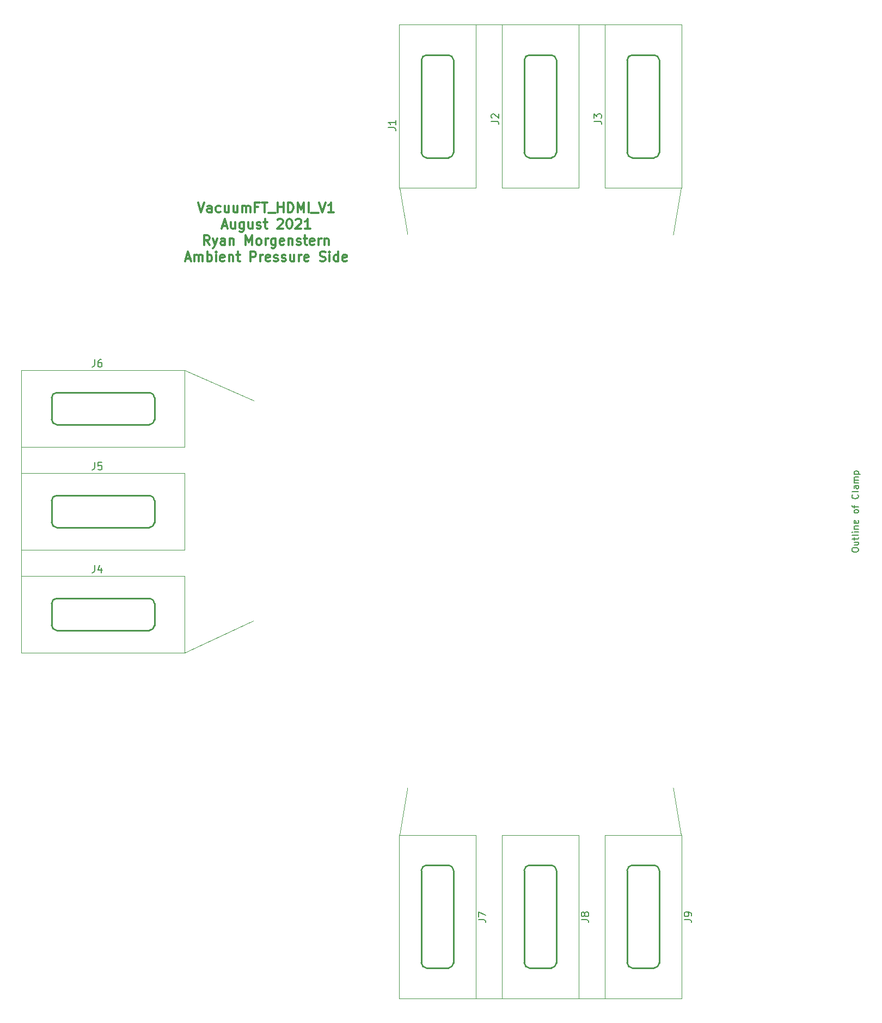
<source format=gto>
%TF.GenerationSoftware,KiCad,Pcbnew,(5.1.9)-1*%
%TF.CreationDate,2021-08-11T17:59:35-06:00*%
%TF.ProjectId,VacuumFeedThruHDMI,56616375-756d-4466-9565-645468727548,rev?*%
%TF.SameCoordinates,Original*%
%TF.FileFunction,Legend,Top*%
%TF.FilePolarity,Positive*%
%FSLAX46Y46*%
G04 Gerber Fmt 4.6, Leading zero omitted, Abs format (unit mm)*
G04 Created by KiCad (PCBNEW (5.1.9)-1) date 2021-08-11 17:59:35*
%MOMM*%
%LPD*%
G01*
G04 APERTURE LIST*
%ADD10C,0.300000*%
%ADD11C,0.120000*%
%ADD12C,0.254000*%
%ADD13C,0.500000*%
%ADD14C,0.152000*%
%ADD15C,0.150000*%
%ADD16O,4.500000X1.500000*%
%ADD17C,0.800000*%
%ADD18O,2.810000X2.810000*%
%ADD19O,0.920000X0.920000*%
%ADD20O,1.500000X4.500000*%
%ADD21C,10.000000*%
%ADD22C,0.100000*%
G04 APERTURE END LIST*
D10*
X-53242857Y48046428D02*
X-52742857Y46546428D01*
X-52242857Y48046428D01*
X-51100000Y46546428D02*
X-51100000Y47332142D01*
X-51171428Y47475000D01*
X-51314285Y47546428D01*
X-51600000Y47546428D01*
X-51742857Y47475000D01*
X-51100000Y46617857D02*
X-51242857Y46546428D01*
X-51600000Y46546428D01*
X-51742857Y46617857D01*
X-51814285Y46760714D01*
X-51814285Y46903571D01*
X-51742857Y47046428D01*
X-51600000Y47117857D01*
X-51242857Y47117857D01*
X-51100000Y47189285D01*
X-49742857Y46617857D02*
X-49885714Y46546428D01*
X-50171428Y46546428D01*
X-50314285Y46617857D01*
X-50385714Y46689285D01*
X-50457142Y46832142D01*
X-50457142Y47260714D01*
X-50385714Y47403571D01*
X-50314285Y47475000D01*
X-50171428Y47546428D01*
X-49885714Y47546428D01*
X-49742857Y47475000D01*
X-48457142Y47546428D02*
X-48457142Y46546428D01*
X-49100000Y47546428D02*
X-49100000Y46760714D01*
X-49028571Y46617857D01*
X-48885714Y46546428D01*
X-48671428Y46546428D01*
X-48528571Y46617857D01*
X-48457142Y46689285D01*
X-47100000Y47546428D02*
X-47100000Y46546428D01*
X-47742857Y47546428D02*
X-47742857Y46760714D01*
X-47671428Y46617857D01*
X-47528571Y46546428D01*
X-47314285Y46546428D01*
X-47171428Y46617857D01*
X-47100000Y46689285D01*
X-46385714Y46546428D02*
X-46385714Y47546428D01*
X-46385714Y47403571D02*
X-46314285Y47475000D01*
X-46171428Y47546428D01*
X-45957142Y47546428D01*
X-45814285Y47475000D01*
X-45742857Y47332142D01*
X-45742857Y46546428D01*
X-45742857Y47332142D02*
X-45671428Y47475000D01*
X-45528571Y47546428D01*
X-45314285Y47546428D01*
X-45171428Y47475000D01*
X-45100000Y47332142D01*
X-45100000Y46546428D01*
X-43885714Y47332142D02*
X-44385714Y47332142D01*
X-44385714Y46546428D02*
X-44385714Y48046428D01*
X-43671428Y48046428D01*
X-43314285Y48046428D02*
X-42457142Y48046428D01*
X-42885714Y46546428D02*
X-42885714Y48046428D01*
X-42314285Y46403571D02*
X-41171428Y46403571D01*
X-40814285Y46546428D02*
X-40814285Y48046428D01*
X-40814285Y47332142D02*
X-39957142Y47332142D01*
X-39957142Y46546428D02*
X-39957142Y48046428D01*
X-39242857Y46546428D02*
X-39242857Y48046428D01*
X-38885714Y48046428D01*
X-38671428Y47975000D01*
X-38528571Y47832142D01*
X-38457142Y47689285D01*
X-38385714Y47403571D01*
X-38385714Y47189285D01*
X-38457142Y46903571D01*
X-38528571Y46760714D01*
X-38671428Y46617857D01*
X-38885714Y46546428D01*
X-39242857Y46546428D01*
X-37742857Y46546428D02*
X-37742857Y48046428D01*
X-37242857Y46975000D01*
X-36742857Y48046428D01*
X-36742857Y46546428D01*
X-36028571Y46546428D02*
X-36028571Y48046428D01*
X-35671428Y46403571D02*
X-34528571Y46403571D01*
X-34385714Y48046428D02*
X-33885714Y46546428D01*
X-33385714Y48046428D01*
X-32100000Y46546428D02*
X-32957142Y46546428D01*
X-32528571Y46546428D02*
X-32528571Y48046428D01*
X-32671428Y47832142D01*
X-32814285Y47689285D01*
X-32957142Y47617857D01*
X-49457142Y44425000D02*
X-48742857Y44425000D01*
X-49600000Y43996428D02*
X-49100000Y45496428D01*
X-48600000Y43996428D01*
X-47457142Y44996428D02*
X-47457142Y43996428D01*
X-48100000Y44996428D02*
X-48100000Y44210714D01*
X-48028571Y44067857D01*
X-47885714Y43996428D01*
X-47671428Y43996428D01*
X-47528571Y44067857D01*
X-47457142Y44139285D01*
X-46100000Y44996428D02*
X-46100000Y43782142D01*
X-46171428Y43639285D01*
X-46242857Y43567857D01*
X-46385714Y43496428D01*
X-46600000Y43496428D01*
X-46742857Y43567857D01*
X-46100000Y44067857D02*
X-46242857Y43996428D01*
X-46528571Y43996428D01*
X-46671428Y44067857D01*
X-46742857Y44139285D01*
X-46814285Y44282142D01*
X-46814285Y44710714D01*
X-46742857Y44853571D01*
X-46671428Y44925000D01*
X-46528571Y44996428D01*
X-46242857Y44996428D01*
X-46100000Y44925000D01*
X-44742857Y44996428D02*
X-44742857Y43996428D01*
X-45385714Y44996428D02*
X-45385714Y44210714D01*
X-45314285Y44067857D01*
X-45171428Y43996428D01*
X-44957142Y43996428D01*
X-44814285Y44067857D01*
X-44742857Y44139285D01*
X-44100000Y44067857D02*
X-43957142Y43996428D01*
X-43671428Y43996428D01*
X-43528571Y44067857D01*
X-43457142Y44210714D01*
X-43457142Y44282142D01*
X-43528571Y44425000D01*
X-43671428Y44496428D01*
X-43885714Y44496428D01*
X-44028571Y44567857D01*
X-44100000Y44710714D01*
X-44100000Y44782142D01*
X-44028571Y44925000D01*
X-43885714Y44996428D01*
X-43671428Y44996428D01*
X-43528571Y44925000D01*
X-43028571Y44996428D02*
X-42457142Y44996428D01*
X-42814285Y45496428D02*
X-42814285Y44210714D01*
X-42742857Y44067857D01*
X-42600000Y43996428D01*
X-42457142Y43996428D01*
X-40885714Y45353571D02*
X-40814285Y45425000D01*
X-40671428Y45496428D01*
X-40314285Y45496428D01*
X-40171428Y45425000D01*
X-40100000Y45353571D01*
X-40028571Y45210714D01*
X-40028571Y45067857D01*
X-40100000Y44853571D01*
X-40957142Y43996428D01*
X-40028571Y43996428D01*
X-39100000Y45496428D02*
X-38957142Y45496428D01*
X-38814285Y45425000D01*
X-38742857Y45353571D01*
X-38671428Y45210714D01*
X-38600000Y44925000D01*
X-38600000Y44567857D01*
X-38671428Y44282142D01*
X-38742857Y44139285D01*
X-38814285Y44067857D01*
X-38957142Y43996428D01*
X-39100000Y43996428D01*
X-39242857Y44067857D01*
X-39314285Y44139285D01*
X-39385714Y44282142D01*
X-39457142Y44567857D01*
X-39457142Y44925000D01*
X-39385714Y45210714D01*
X-39314285Y45353571D01*
X-39242857Y45425000D01*
X-39100000Y45496428D01*
X-38028571Y45353571D02*
X-37957142Y45425000D01*
X-37814285Y45496428D01*
X-37457142Y45496428D01*
X-37314285Y45425000D01*
X-37242857Y45353571D01*
X-37171428Y45210714D01*
X-37171428Y45067857D01*
X-37242857Y44853571D01*
X-38100000Y43996428D01*
X-37171428Y43996428D01*
X-35742857Y43996428D02*
X-36600000Y43996428D01*
X-36171428Y43996428D02*
X-36171428Y45496428D01*
X-36314285Y45282142D01*
X-36457142Y45139285D01*
X-36600000Y45067857D01*
X-51457142Y41446428D02*
X-51957142Y42160714D01*
X-52314285Y41446428D02*
X-52314285Y42946428D01*
X-51742857Y42946428D01*
X-51600000Y42875000D01*
X-51528571Y42803571D01*
X-51457142Y42660714D01*
X-51457142Y42446428D01*
X-51528571Y42303571D01*
X-51600000Y42232142D01*
X-51742857Y42160714D01*
X-52314285Y42160714D01*
X-50957142Y42446428D02*
X-50600000Y41446428D01*
X-50242857Y42446428D02*
X-50600000Y41446428D01*
X-50742857Y41089285D01*
X-50814285Y41017857D01*
X-50957142Y40946428D01*
X-49028571Y41446428D02*
X-49028571Y42232142D01*
X-49100000Y42375000D01*
X-49242857Y42446428D01*
X-49528571Y42446428D01*
X-49671428Y42375000D01*
X-49028571Y41517857D02*
X-49171428Y41446428D01*
X-49528571Y41446428D01*
X-49671428Y41517857D01*
X-49742857Y41660714D01*
X-49742857Y41803571D01*
X-49671428Y41946428D01*
X-49528571Y42017857D01*
X-49171428Y42017857D01*
X-49028571Y42089285D01*
X-48314285Y42446428D02*
X-48314285Y41446428D01*
X-48314285Y42303571D02*
X-48242857Y42375000D01*
X-48100000Y42446428D01*
X-47885714Y42446428D01*
X-47742857Y42375000D01*
X-47671428Y42232142D01*
X-47671428Y41446428D01*
X-45814285Y41446428D02*
X-45814285Y42946428D01*
X-45314285Y41875000D01*
X-44814285Y42946428D01*
X-44814285Y41446428D01*
X-43885714Y41446428D02*
X-44028571Y41517857D01*
X-44100000Y41589285D01*
X-44171428Y41732142D01*
X-44171428Y42160714D01*
X-44100000Y42303571D01*
X-44028571Y42375000D01*
X-43885714Y42446428D01*
X-43671428Y42446428D01*
X-43528571Y42375000D01*
X-43457142Y42303571D01*
X-43385714Y42160714D01*
X-43385714Y41732142D01*
X-43457142Y41589285D01*
X-43528571Y41517857D01*
X-43671428Y41446428D01*
X-43885714Y41446428D01*
X-42742857Y41446428D02*
X-42742857Y42446428D01*
X-42742857Y42160714D02*
X-42671428Y42303571D01*
X-42600000Y42375000D01*
X-42457142Y42446428D01*
X-42314285Y42446428D01*
X-41171428Y42446428D02*
X-41171428Y41232142D01*
X-41242857Y41089285D01*
X-41314285Y41017857D01*
X-41457142Y40946428D01*
X-41671428Y40946428D01*
X-41814285Y41017857D01*
X-41171428Y41517857D02*
X-41314285Y41446428D01*
X-41600000Y41446428D01*
X-41742857Y41517857D01*
X-41814285Y41589285D01*
X-41885714Y41732142D01*
X-41885714Y42160714D01*
X-41814285Y42303571D01*
X-41742857Y42375000D01*
X-41600000Y42446428D01*
X-41314285Y42446428D01*
X-41171428Y42375000D01*
X-39885714Y41517857D02*
X-40028571Y41446428D01*
X-40314285Y41446428D01*
X-40457142Y41517857D01*
X-40528571Y41660714D01*
X-40528571Y42232142D01*
X-40457142Y42375000D01*
X-40314285Y42446428D01*
X-40028571Y42446428D01*
X-39885714Y42375000D01*
X-39814285Y42232142D01*
X-39814285Y42089285D01*
X-40528571Y41946428D01*
X-39171428Y42446428D02*
X-39171428Y41446428D01*
X-39171428Y42303571D02*
X-39100000Y42375000D01*
X-38957142Y42446428D01*
X-38742857Y42446428D01*
X-38600000Y42375000D01*
X-38528571Y42232142D01*
X-38528571Y41446428D01*
X-37885714Y41517857D02*
X-37742857Y41446428D01*
X-37457142Y41446428D01*
X-37314285Y41517857D01*
X-37242857Y41660714D01*
X-37242857Y41732142D01*
X-37314285Y41875000D01*
X-37457142Y41946428D01*
X-37671428Y41946428D01*
X-37814285Y42017857D01*
X-37885714Y42160714D01*
X-37885714Y42232142D01*
X-37814285Y42375000D01*
X-37671428Y42446428D01*
X-37457142Y42446428D01*
X-37314285Y42375000D01*
X-36814285Y42446428D02*
X-36242857Y42446428D01*
X-36600000Y42946428D02*
X-36600000Y41660714D01*
X-36528571Y41517857D01*
X-36385714Y41446428D01*
X-36242857Y41446428D01*
X-35171428Y41517857D02*
X-35314285Y41446428D01*
X-35600000Y41446428D01*
X-35742857Y41517857D01*
X-35814285Y41660714D01*
X-35814285Y42232142D01*
X-35742857Y42375000D01*
X-35600000Y42446428D01*
X-35314285Y42446428D01*
X-35171428Y42375000D01*
X-35100000Y42232142D01*
X-35100000Y42089285D01*
X-35814285Y41946428D01*
X-34457142Y41446428D02*
X-34457142Y42446428D01*
X-34457142Y42160714D02*
X-34385714Y42303571D01*
X-34314285Y42375000D01*
X-34171428Y42446428D01*
X-34028571Y42446428D01*
X-33528571Y42446428D02*
X-33528571Y41446428D01*
X-33528571Y42303571D02*
X-33457142Y42375000D01*
X-33314285Y42446428D01*
X-33100000Y42446428D01*
X-32957142Y42375000D01*
X-32885714Y42232142D01*
X-32885714Y41446428D01*
X-55135714Y39325000D02*
X-54421428Y39325000D01*
X-55278571Y38896428D02*
X-54778571Y40396428D01*
X-54278571Y38896428D01*
X-53778571Y38896428D02*
X-53778571Y39896428D01*
X-53778571Y39753571D02*
X-53707142Y39825000D01*
X-53564285Y39896428D01*
X-53349999Y39896428D01*
X-53207142Y39825000D01*
X-53135714Y39682142D01*
X-53135714Y38896428D01*
X-53135714Y39682142D02*
X-53064285Y39825000D01*
X-52921428Y39896428D01*
X-52707142Y39896428D01*
X-52564285Y39825000D01*
X-52492857Y39682142D01*
X-52492857Y38896428D01*
X-51778571Y38896428D02*
X-51778571Y40396428D01*
X-51778571Y39825000D02*
X-51635714Y39896428D01*
X-51350000Y39896428D01*
X-51207142Y39825000D01*
X-51135714Y39753571D01*
X-51064285Y39610714D01*
X-51064285Y39182142D01*
X-51135714Y39039285D01*
X-51207142Y38967857D01*
X-51350000Y38896428D01*
X-51635714Y38896428D01*
X-51778571Y38967857D01*
X-50421428Y38896428D02*
X-50421428Y39896428D01*
X-50421428Y40396428D02*
X-50492857Y40325000D01*
X-50421428Y40253571D01*
X-50350000Y40325000D01*
X-50421428Y40396428D01*
X-50421428Y40253571D01*
X-49135714Y38967857D02*
X-49278571Y38896428D01*
X-49564285Y38896428D01*
X-49707142Y38967857D01*
X-49778571Y39110714D01*
X-49778571Y39682142D01*
X-49707142Y39825000D01*
X-49564285Y39896428D01*
X-49278571Y39896428D01*
X-49135714Y39825000D01*
X-49064285Y39682142D01*
X-49064285Y39539285D01*
X-49778571Y39396428D01*
X-48421428Y39896428D02*
X-48421428Y38896428D01*
X-48421428Y39753571D02*
X-48350000Y39825000D01*
X-48207142Y39896428D01*
X-47992857Y39896428D01*
X-47850000Y39825000D01*
X-47778571Y39682142D01*
X-47778571Y38896428D01*
X-47278571Y39896428D02*
X-46707142Y39896428D01*
X-47064285Y40396428D02*
X-47064285Y39110714D01*
X-46992857Y38967857D01*
X-46850000Y38896428D01*
X-46707142Y38896428D01*
X-45064285Y38896428D02*
X-45064285Y40396428D01*
X-44492857Y40396428D01*
X-44350000Y40325000D01*
X-44278571Y40253571D01*
X-44207142Y40110714D01*
X-44207142Y39896428D01*
X-44278571Y39753571D01*
X-44350000Y39682142D01*
X-44492857Y39610714D01*
X-45064285Y39610714D01*
X-43564285Y38896428D02*
X-43564285Y39896428D01*
X-43564285Y39610714D02*
X-43492857Y39753571D01*
X-43421428Y39825000D01*
X-43278571Y39896428D01*
X-43135714Y39896428D01*
X-42064285Y38967857D02*
X-42207142Y38896428D01*
X-42492857Y38896428D01*
X-42635714Y38967857D01*
X-42707142Y39110714D01*
X-42707142Y39682142D01*
X-42635714Y39825000D01*
X-42492857Y39896428D01*
X-42207142Y39896428D01*
X-42064285Y39825000D01*
X-41992857Y39682142D01*
X-41992857Y39539285D01*
X-42707142Y39396428D01*
X-41421428Y38967857D02*
X-41278571Y38896428D01*
X-40992857Y38896428D01*
X-40850000Y38967857D01*
X-40778571Y39110714D01*
X-40778571Y39182142D01*
X-40850000Y39325000D01*
X-40992857Y39396428D01*
X-41207142Y39396428D01*
X-41350000Y39467857D01*
X-41421428Y39610714D01*
X-41421428Y39682142D01*
X-41350000Y39825000D01*
X-41207142Y39896428D01*
X-40992857Y39896428D01*
X-40850000Y39825000D01*
X-40207142Y38967857D02*
X-40064285Y38896428D01*
X-39778571Y38896428D01*
X-39635714Y38967857D01*
X-39564285Y39110714D01*
X-39564285Y39182142D01*
X-39635714Y39325000D01*
X-39778571Y39396428D01*
X-39992857Y39396428D01*
X-40135714Y39467857D01*
X-40207142Y39610714D01*
X-40207142Y39682142D01*
X-40135714Y39825000D01*
X-39992857Y39896428D01*
X-39778571Y39896428D01*
X-39635714Y39825000D01*
X-38278571Y39896428D02*
X-38278571Y38896428D01*
X-38921428Y39896428D02*
X-38921428Y39110714D01*
X-38849999Y38967857D01*
X-38707142Y38896428D01*
X-38492857Y38896428D01*
X-38350000Y38967857D01*
X-38278571Y39039285D01*
X-37564285Y38896428D02*
X-37564285Y39896428D01*
X-37564285Y39610714D02*
X-37492857Y39753571D01*
X-37421428Y39825000D01*
X-37278571Y39896428D01*
X-37135714Y39896428D01*
X-36064285Y38967857D02*
X-36207142Y38896428D01*
X-36492857Y38896428D01*
X-36635714Y38967857D01*
X-36707142Y39110714D01*
X-36707142Y39682142D01*
X-36635714Y39825000D01*
X-36492857Y39896428D01*
X-36207142Y39896428D01*
X-36064285Y39825000D01*
X-35992857Y39682142D01*
X-35992857Y39539285D01*
X-36707142Y39396428D01*
X-34278571Y38967857D02*
X-34064285Y38896428D01*
X-33707142Y38896428D01*
X-33564285Y38967857D01*
X-33492857Y39039285D01*
X-33421428Y39182142D01*
X-33421428Y39325000D01*
X-33492857Y39467857D01*
X-33564285Y39539285D01*
X-33707142Y39610714D01*
X-33992857Y39682142D01*
X-34135714Y39753571D01*
X-34207142Y39825000D01*
X-34278571Y39967857D01*
X-34278571Y40110714D01*
X-34207142Y40253571D01*
X-34135714Y40325000D01*
X-33992857Y40396428D01*
X-33635714Y40396428D01*
X-33421428Y40325000D01*
X-32778571Y38896428D02*
X-32778571Y39896428D01*
X-32778571Y40396428D02*
X-32849999Y40325000D01*
X-32778571Y40253571D01*
X-32707142Y40325000D01*
X-32778571Y40396428D01*
X-32778571Y40253571D01*
X-31421428Y38896428D02*
X-31421428Y40396428D01*
X-31421428Y38967857D02*
X-31564285Y38896428D01*
X-31849999Y38896428D01*
X-31992857Y38967857D01*
X-32064285Y39039285D01*
X-32135714Y39182142D01*
X-32135714Y39610714D01*
X-32064285Y39753571D01*
X-31992857Y39825000D01*
X-31849999Y39896428D01*
X-31564285Y39896428D01*
X-31421428Y39825000D01*
X-30135714Y38967857D02*
X-30278571Y38896428D01*
X-30564285Y38896428D01*
X-30707142Y38967857D01*
X-30778571Y39110714D01*
X-30778571Y39682142D01*
X-30707142Y39825000D01*
X-30564285Y39896428D01*
X-30278571Y39896428D01*
X-30135714Y39825000D01*
X-30064285Y39682142D01*
X-30064285Y39539285D01*
X-30778571Y39396428D01*
D11*
X14750000Y16250000D02*
X14750000Y8990000D01*
X-14860000Y16250000D02*
X14750000Y16250000D01*
X-14860000Y9000000D02*
X-14860000Y16250000D01*
X14800000Y-7750000D02*
X14800000Y-15250000D01*
X-14840000Y-15250000D02*
X14800000Y-15250000D01*
X-14840000Y-7750000D02*
X-14840000Y-15250000D01*
X14900000Y-3000000D02*
X-14840000Y-3110000D01*
X14900000Y4250000D02*
X14900000Y-3000000D01*
X-14800000Y4200000D02*
X14900000Y4250000D01*
X14800000Y-7750000D02*
X-14840000Y-7750000D01*
X21900000Y-50300000D02*
X14800000Y-7750000D01*
X-19000000Y-75700000D02*
X19000000Y-75700000D01*
X-14840000Y-7750000D02*
X-21900000Y-50300000D01*
X-14860000Y9000000D02*
X14840000Y8990000D01*
X-14800000Y4200000D02*
X-14840000Y-3110000D01*
X-55300000Y-22000000D02*
X-14840000Y-3110000D01*
X-80700000Y19000000D02*
X-80700000Y-19000000D01*
X-14800000Y4200000D02*
X-55300000Y22000000D01*
X-19000000Y75700000D02*
X19000000Y75700000D01*
X-14860000Y9000000D02*
X-21900000Y50300000D01*
X14840000Y8990000D02*
X21900000Y50300000D01*
%TO.C,J9*%
X22000000Y-50300000D02*
X22000000Y-75700000D01*
D12*
X14300000Y-71000000D02*
X17700000Y-71000000D01*
X17700000Y-55000000D02*
X14300000Y-55000000D01*
X13500000Y-70200000D02*
X13500000Y-55800000D01*
X18500000Y-55800000D02*
X18500000Y-70200000D01*
D11*
X22000000Y-75700000D02*
X10000000Y-75700000D01*
X22000000Y-50300000D02*
X10000000Y-50300000D01*
X10000000Y-50300000D02*
X10000000Y-75700000D01*
D12*
X17699391Y-70999077D02*
G75*
G03*
X18500000Y-70200000I-39391J840077D01*
G01*
X14300579Y-55000924D02*
G75*
G03*
X13500000Y-55800000I39421J-840076D01*
G01*
X13499923Y-70200391D02*
G75*
G03*
X14299000Y-71001000I840077J39391D01*
G01*
X18500076Y-55799579D02*
G75*
G03*
X17701000Y-54999000I-840076J-39421D01*
G01*
D11*
%TO.C,J7*%
X-10000000Y-50300000D02*
X-10000000Y-75700000D01*
D12*
X-17700000Y-71000000D02*
X-14300000Y-71000000D01*
X-14300000Y-55000000D02*
X-17700000Y-55000000D01*
X-18500000Y-70200000D02*
X-18500000Y-55800000D01*
X-13500000Y-55800000D02*
X-13500000Y-70200000D01*
D11*
X-10000000Y-75700000D02*
X-22000000Y-75700000D01*
X-10000000Y-50300000D02*
X-22000000Y-50300000D01*
X-22000000Y-50300000D02*
X-22000000Y-75700000D01*
D12*
X-14300609Y-70999077D02*
G75*
G03*
X-13500000Y-70200000I-39391J840077D01*
G01*
X-17699421Y-55000924D02*
G75*
G03*
X-18500000Y-55800000I39421J-840076D01*
G01*
X-18500077Y-70200391D02*
G75*
G03*
X-17701000Y-71001000I840077J39391D01*
G01*
X-13499924Y-55799579D02*
G75*
G03*
X-14299000Y-54999000I-840076J-39421D01*
G01*
D11*
%TO.C,J8*%
X6000000Y-50300000D02*
X6000000Y-75700000D01*
D12*
X-1700000Y-71000000D02*
X1700000Y-71000000D01*
X1700000Y-55000000D02*
X-1700000Y-55000000D01*
X-2500000Y-70200000D02*
X-2500000Y-55800000D01*
X2500000Y-55800000D02*
X2500000Y-70200000D01*
D11*
X6000000Y-75700000D02*
X-6000000Y-75700000D01*
X6000000Y-50300000D02*
X-6000000Y-50300000D01*
X-6000000Y-50300000D02*
X-6000000Y-75700000D01*
D12*
X1699391Y-70999077D02*
G75*
G03*
X2500000Y-70200000I-39391J840077D01*
G01*
X-1699421Y-55000924D02*
G75*
G03*
X-2500000Y-55800000I39421J-840076D01*
G01*
X-2500077Y-70200391D02*
G75*
G03*
X-1701000Y-71001000I840077J39391D01*
G01*
X2500076Y-55799579D02*
G75*
G03*
X1701000Y-54999000I-840076J-39421D01*
G01*
D11*
%TO.C,J3*%
X10000000Y50300000D02*
X10000000Y75700000D01*
D12*
X17700000Y71000000D02*
X14300000Y71000000D01*
X14300000Y55000000D02*
X17700000Y55000000D01*
X18500000Y70200000D02*
X18500000Y55800000D01*
X13500000Y55800000D02*
X13500000Y70200000D01*
D11*
X10000000Y75700000D02*
X22000000Y75700000D01*
X10000000Y50300000D02*
X22000000Y50300000D01*
X22000000Y50300000D02*
X22000000Y75700000D01*
D12*
X14300609Y70999077D02*
G75*
G03*
X13500000Y70200000I39391J-840077D01*
G01*
X17699421Y55000924D02*
G75*
G03*
X18500000Y55800000I-39421J840076D01*
G01*
X18500077Y70200391D02*
G75*
G03*
X17701000Y71001000I-840077J-39391D01*
G01*
X13499924Y55799579D02*
G75*
G03*
X14299000Y54999000I840076J39421D01*
G01*
D11*
%TO.C,J1*%
X-22000000Y50300000D02*
X-22000000Y75700000D01*
D12*
X-14300000Y71000000D02*
X-17700000Y71000000D01*
X-17700000Y55000000D02*
X-14300000Y55000000D01*
X-13500000Y70200000D02*
X-13500000Y55800000D01*
X-18500000Y55800000D02*
X-18500000Y70200000D01*
D11*
X-22000000Y75700000D02*
X-10000000Y75700000D01*
X-22000000Y50300000D02*
X-10000000Y50300000D01*
X-10000000Y50300000D02*
X-10000000Y75700000D01*
D12*
X-17699391Y70999077D02*
G75*
G03*
X-18500000Y70200000I39391J-840077D01*
G01*
X-14300579Y55000924D02*
G75*
G03*
X-13500000Y55800000I-39421J840076D01*
G01*
X-13499923Y70200391D02*
G75*
G03*
X-14299000Y71001000I-840077J-39391D01*
G01*
X-18500076Y55799579D02*
G75*
G03*
X-17701000Y54999000I840076J39421D01*
G01*
D11*
%TO.C,J2*%
X-6000000Y50300000D02*
X-6000000Y75700000D01*
D12*
X1700000Y71000000D02*
X-1700000Y71000000D01*
X-1700000Y55000000D02*
X1700000Y55000000D01*
X2500000Y70200000D02*
X2500000Y55800000D01*
X-2500000Y55800000D02*
X-2500000Y70200000D01*
D11*
X-6000000Y75700000D02*
X6000000Y75700000D01*
X-6000000Y50300000D02*
X6000000Y50300000D01*
X6000000Y50300000D02*
X6000000Y75700000D01*
D12*
X-1699391Y70999077D02*
G75*
G03*
X-2500000Y70200000I39391J-840077D01*
G01*
X1699421Y55000924D02*
G75*
G03*
X2500000Y55800000I-39421J840076D01*
G01*
X2500077Y70200391D02*
G75*
G03*
X1701000Y71001000I-840077J-39391D01*
G01*
X-2500076Y55799579D02*
G75*
G03*
X-1701000Y54999000I840076J39421D01*
G01*
D11*
%TO.C,J6*%
X-80700000Y22000000D02*
X-55300000Y22000000D01*
D12*
X-60000000Y14300000D02*
X-60000000Y17700000D01*
X-76000000Y17700000D02*
X-76000000Y14300000D01*
X-60800000Y13500000D02*
X-75200000Y13500000D01*
X-75200000Y18500000D02*
X-60800000Y18500000D01*
D11*
X-55300000Y22000000D02*
X-55300000Y10000000D01*
X-80700000Y22000000D02*
X-80700000Y10000000D01*
X-80700000Y10000000D02*
X-55300000Y10000000D01*
D12*
X-60000923Y17699391D02*
G75*
G03*
X-60800000Y18500000I-840077J-39391D01*
G01*
X-75999076Y14300579D02*
G75*
G03*
X-75200000Y13500000I840076J39421D01*
G01*
X-60799609Y13499923D02*
G75*
G03*
X-59999000Y14299000I-39391J840077D01*
G01*
X-75200421Y18500076D02*
G75*
G03*
X-76001000Y17701000I39421J-840076D01*
G01*
D11*
%TO.C,J4*%
X-80700000Y-10000000D02*
X-55300000Y-10000000D01*
D12*
X-60000000Y-17700000D02*
X-60000000Y-14300000D01*
X-76000000Y-14300000D02*
X-76000000Y-17700000D01*
X-60800000Y-18500000D02*
X-75200000Y-18500000D01*
X-75200000Y-13500000D02*
X-60800000Y-13500000D01*
D11*
X-55300000Y-10000000D02*
X-55300000Y-22000000D01*
X-80700000Y-10000000D02*
X-80700000Y-22000000D01*
X-80700000Y-22000000D02*
X-55300000Y-22000000D01*
D12*
X-60000923Y-14300609D02*
G75*
G03*
X-60800000Y-13500000I-840077J-39391D01*
G01*
X-75999076Y-17699421D02*
G75*
G03*
X-75200000Y-18500000I840076J39421D01*
G01*
X-60799609Y-18500077D02*
G75*
G03*
X-59999000Y-17701000I-39391J840077D01*
G01*
X-75200421Y-13499924D02*
G75*
G03*
X-76001000Y-14299000I39421J-840076D01*
G01*
D11*
%TO.C,J5*%
X-80700000Y6000000D02*
X-55300000Y6000000D01*
D12*
X-60000000Y-1700000D02*
X-60000000Y1700000D01*
X-76000000Y1700000D02*
X-76000000Y-1700000D01*
X-60800000Y-2500000D02*
X-75200000Y-2500000D01*
X-75200000Y2500000D02*
X-60800000Y2500000D01*
D11*
X-55300000Y6000000D02*
X-55300000Y-6000000D01*
X-80700000Y6000000D02*
X-80700000Y-6000000D01*
X-80700000Y-6000000D02*
X-55300000Y-6000000D01*
D12*
X-60000923Y1699391D02*
G75*
G03*
X-60800000Y2500000I-840077J-39391D01*
G01*
X-75999076Y-1699421D02*
G75*
G03*
X-75200000Y-2500000I840076J39421D01*
G01*
X-60799609Y-2500077D02*
G75*
G03*
X-59999000Y-1701000I-39391J840077D01*
G01*
X-75200421Y2500076D02*
G75*
G03*
X-76001000Y1701000I39421J-840076D01*
G01*
D13*
%TO.C,M2*%
X25000000Y0D02*
G75*
G03*
X25000000Y0I-25000000J0D01*
G01*
X37500000Y0D02*
G75*
G03*
X37500000Y0I-37500000J0D01*
G01*
X47500000Y0D02*
G75*
G03*
X47500000Y0I-47500000J0D01*
G01*
X29500000Y0D02*
G75*
G03*
X29500000Y0I-29500000J0D01*
G01*
%TO.C,J9*%
D14*
X22374071Y-63459514D02*
X23190500Y-63459514D01*
X23353785Y-63513942D01*
X23462642Y-63622800D01*
X23517071Y-63786085D01*
X23517071Y-63894942D01*
X23517071Y-62860800D02*
X23517071Y-62643085D01*
X23462642Y-62534228D01*
X23408214Y-62479800D01*
X23244928Y-62370942D01*
X23027214Y-62316514D01*
X22591785Y-62316514D01*
X22482928Y-62370942D01*
X22428500Y-62425371D01*
X22374071Y-62534228D01*
X22374071Y-62751942D01*
X22428500Y-62860800D01*
X22482928Y-62915228D01*
X22591785Y-62969657D01*
X22863928Y-62969657D01*
X22972785Y-62915228D01*
X23027214Y-62860800D01*
X23081642Y-62751942D01*
X23081642Y-62534228D01*
X23027214Y-62425371D01*
X22972785Y-62370942D01*
X22863928Y-62316514D01*
%TO.C,*%
D15*
X-761428Y-9272857D02*
X-761428Y-8072857D01*
X-361428Y-8930000D01*
X38571Y-8072857D01*
X38571Y-9272857D01*
X495714Y-8072857D02*
X1238571Y-8072857D01*
X838571Y-8530000D01*
X1010000Y-8530000D01*
X1124285Y-8587142D01*
X1181428Y-8644285D01*
X1238571Y-8758571D01*
X1238571Y-9044285D01*
X1181428Y-9158571D01*
X1124285Y-9215714D01*
X1010000Y-9272857D01*
X667142Y-9272857D01*
X552857Y-9215714D01*
X495714Y-9158571D01*
X-1031428Y14717142D02*
X-1031428Y15917142D01*
X-631428Y15060000D01*
X-231428Y15917142D01*
X-231428Y14717142D01*
X968571Y14717142D02*
X282857Y14717142D01*
X625714Y14717142D02*
X625714Y15917142D01*
X511428Y15745714D01*
X397142Y15631428D01*
X282857Y15574285D01*
%TO.C,J7*%
D14*
X-9625928Y-63459514D02*
X-8809500Y-63459514D01*
X-8646214Y-63513942D01*
X-8537357Y-63622800D01*
X-8482928Y-63786085D01*
X-8482928Y-63894942D01*
X-9625928Y-63024085D02*
X-9625928Y-62262085D01*
X-8482928Y-62751942D01*
%TO.C,J8*%
X6374071Y-63459514D02*
X7190500Y-63459514D01*
X7353785Y-63513942D01*
X7462642Y-63622800D01*
X7517071Y-63786085D01*
X7517071Y-63894942D01*
X6863928Y-62751942D02*
X6809500Y-62860800D01*
X6755071Y-62915228D01*
X6646214Y-62969657D01*
X6591785Y-62969657D01*
X6482928Y-62915228D01*
X6428500Y-62860800D01*
X6374071Y-62751942D01*
X6374071Y-62534228D01*
X6428500Y-62425371D01*
X6482928Y-62370942D01*
X6591785Y-62316514D01*
X6646214Y-62316514D01*
X6755071Y-62370942D01*
X6809500Y-62425371D01*
X6863928Y-62534228D01*
X6863928Y-62751942D01*
X6918357Y-62860800D01*
X6972785Y-62915228D01*
X7081642Y-62969657D01*
X7299357Y-62969657D01*
X7408214Y-62915228D01*
X7462642Y-62860800D01*
X7517071Y-62751942D01*
X7517071Y-62534228D01*
X7462642Y-62425371D01*
X7408214Y-62370942D01*
X7299357Y-62316514D01*
X7081642Y-62316514D01*
X6972785Y-62370942D01*
X6918357Y-62425371D01*
X6863928Y-62534228D01*
%TO.C,J3*%
X8374071Y60697514D02*
X9190500Y60697514D01*
X9353785Y60643085D01*
X9462642Y60534228D01*
X9517071Y60370942D01*
X9517071Y60262085D01*
X8374071Y61132942D02*
X8374071Y61840514D01*
X8809500Y61459514D01*
X8809500Y61622800D01*
X8863928Y61731657D01*
X8918357Y61786085D01*
X9027214Y61840514D01*
X9299357Y61840514D01*
X9408214Y61786085D01*
X9462642Y61731657D01*
X9517071Y61622800D01*
X9517071Y61296228D01*
X9462642Y61187371D01*
X9408214Y61132942D01*
%TO.C,J1*%
X-23625928Y59697514D02*
X-22809500Y59697514D01*
X-22646214Y59643085D01*
X-22537357Y59534228D01*
X-22482928Y59370942D01*
X-22482928Y59262085D01*
X-22482928Y60840514D02*
X-22482928Y60187371D01*
X-22482928Y60513942D02*
X-23625928Y60513942D01*
X-23462642Y60405085D01*
X-23353785Y60296228D01*
X-23299357Y60187371D01*
%TO.C,J2*%
X-7625928Y60697514D02*
X-6809500Y60697514D01*
X-6646214Y60643085D01*
X-6537357Y60534228D01*
X-6482928Y60370942D01*
X-6482928Y60262085D01*
X-7517071Y61187371D02*
X-7571500Y61241800D01*
X-7625928Y61350657D01*
X-7625928Y61622800D01*
X-7571500Y61731657D01*
X-7517071Y61786085D01*
X-7408214Y61840514D01*
X-7299357Y61840514D01*
X-7136071Y61786085D01*
X-6482928Y61132942D01*
X-6482928Y61840514D01*
%TO.C,J6*%
X-69302485Y23625928D02*
X-69302485Y22809500D01*
X-69356914Y22646214D01*
X-69465771Y22537357D01*
X-69629057Y22482928D01*
X-69737914Y22482928D01*
X-68268342Y23625928D02*
X-68486057Y23625928D01*
X-68594914Y23571500D01*
X-68649342Y23517071D01*
X-68758200Y23353785D01*
X-68812628Y23136071D01*
X-68812628Y22700642D01*
X-68758200Y22591785D01*
X-68703771Y22537357D01*
X-68594914Y22482928D01*
X-68377200Y22482928D01*
X-68268342Y22537357D01*
X-68213914Y22591785D01*
X-68159485Y22700642D01*
X-68159485Y22972785D01*
X-68213914Y23081642D01*
X-68268342Y23136071D01*
X-68377200Y23190500D01*
X-68594914Y23190500D01*
X-68703771Y23136071D01*
X-68758200Y23081642D01*
X-68812628Y22972785D01*
%TO.C,J4*%
X-69302485Y-8374071D02*
X-69302485Y-9190500D01*
X-69356914Y-9353785D01*
X-69465771Y-9462642D01*
X-69629057Y-9517071D01*
X-69737914Y-9517071D01*
X-68268342Y-8755071D02*
X-68268342Y-9517071D01*
X-68540485Y-8319642D02*
X-68812628Y-9136071D01*
X-68105057Y-9136071D01*
%TO.C,J5*%
X-69302485Y7625928D02*
X-69302485Y6809500D01*
X-69356914Y6646214D01*
X-69465771Y6537357D01*
X-69629057Y6482928D01*
X-69737914Y6482928D01*
X-68213914Y7625928D02*
X-68758200Y7625928D01*
X-68812628Y7081642D01*
X-68758200Y7136071D01*
X-68649342Y7190500D01*
X-68377200Y7190500D01*
X-68268342Y7136071D01*
X-68213914Y7081642D01*
X-68159485Y6972785D01*
X-68159485Y6700642D01*
X-68213914Y6591785D01*
X-68268342Y6537357D01*
X-68377200Y6482928D01*
X-68649342Y6482928D01*
X-68758200Y6537357D01*
X-68812628Y6591785D01*
%TO.C,M2*%
D15*
X-921428Y2717142D02*
X-921428Y3917142D01*
X-521428Y3060000D01*
X-121428Y3917142D01*
X-121428Y2717142D01*
X392857Y3802857D02*
X450000Y3860000D01*
X564285Y3917142D01*
X850000Y3917142D01*
X964285Y3860000D01*
X1021428Y3802857D01*
X1078571Y3688571D01*
X1078571Y3574285D01*
X1021428Y3402857D01*
X335714Y2717142D01*
X1078571Y2717142D01*
X27452380Y-5380952D02*
X26452380Y-5380952D01*
X26785714Y-4904761D02*
X27452380Y-4904761D01*
X26880952Y-4904761D02*
X26833333Y-4857142D01*
X26785714Y-4761904D01*
X26785714Y-4619047D01*
X26833333Y-4523809D01*
X26928571Y-4476190D01*
X27452380Y-4476190D01*
X27404761Y-4047619D02*
X27452380Y-3952380D01*
X27452380Y-3761904D01*
X27404761Y-3666666D01*
X27309523Y-3619047D01*
X27261904Y-3619047D01*
X27166666Y-3666666D01*
X27119047Y-3761904D01*
X27119047Y-3904761D01*
X27071428Y-4000000D01*
X26976190Y-4047619D01*
X26928571Y-4047619D01*
X26833333Y-4000000D01*
X26785714Y-3904761D01*
X26785714Y-3761904D01*
X26833333Y-3666666D01*
X27452380Y-3190476D02*
X26785714Y-3190476D01*
X26452380Y-3190476D02*
X26500000Y-3238095D01*
X26547619Y-3190476D01*
X26500000Y-3142857D01*
X26452380Y-3190476D01*
X26547619Y-3190476D01*
X27452380Y-2285714D02*
X26452380Y-2285714D01*
X27404761Y-2285714D02*
X27452380Y-2380952D01*
X27452380Y-2571428D01*
X27404761Y-2666666D01*
X27357142Y-2714285D01*
X27261904Y-2761904D01*
X26976190Y-2761904D01*
X26880952Y-2714285D01*
X26833333Y-2666666D01*
X26785714Y-2571428D01*
X26785714Y-2380952D01*
X26833333Y-2285714D01*
X27404761Y-1428571D02*
X27452380Y-1523809D01*
X27452380Y-1714285D01*
X27404761Y-1809523D01*
X27309523Y-1857142D01*
X26928571Y-1857142D01*
X26833333Y-1809523D01*
X26785714Y-1714285D01*
X26785714Y-1523809D01*
X26833333Y-1428571D01*
X26928571Y-1380952D01*
X27023809Y-1380952D01*
X27119047Y-1857142D01*
X27452380Y-190476D02*
X26452380Y-190476D01*
X27166666Y142857D01*
X26452380Y476190D01*
X27452380Y476190D01*
X27404761Y1333333D02*
X27452380Y1238095D01*
X27452380Y1047619D01*
X27404761Y952380D01*
X27309523Y904761D01*
X26928571Y904761D01*
X26833333Y952380D01*
X26785714Y1047619D01*
X26785714Y1238095D01*
X26833333Y1333333D01*
X26928571Y1380952D01*
X27023809Y1380952D01*
X27119047Y904761D01*
X26785714Y1666666D02*
X26785714Y2047619D01*
X26452380Y1809523D02*
X27309523Y1809523D01*
X27404761Y1857142D01*
X27452380Y1952380D01*
X27452380Y2047619D01*
X27452380Y2809523D02*
X26928571Y2809523D01*
X26833333Y2761904D01*
X26785714Y2666666D01*
X26785714Y2476190D01*
X26833333Y2380952D01*
X27404761Y2809523D02*
X27452380Y2714285D01*
X27452380Y2476190D01*
X27404761Y2380952D01*
X27309523Y2333333D01*
X27214285Y2333333D01*
X27119047Y2380952D01*
X27071428Y2476190D01*
X27071428Y2714285D01*
X27023809Y2809523D01*
X27452380Y3428571D02*
X27404761Y3333333D01*
X27309523Y3285714D01*
X26452380Y3285714D01*
X27452380Y5142857D02*
X26976190Y4809523D01*
X27452380Y4571428D02*
X26452380Y4571428D01*
X26452380Y4952380D01*
X26500000Y5047619D01*
X26547619Y5095238D01*
X26642857Y5142857D01*
X26785714Y5142857D01*
X26880952Y5095238D01*
X26928571Y5047619D01*
X26976190Y4952380D01*
X26976190Y4571428D01*
X27452380Y5571428D02*
X26785714Y5571428D01*
X26452380Y5571428D02*
X26500000Y5523809D01*
X26547619Y5571428D01*
X26500000Y5619047D01*
X26452380Y5571428D01*
X26547619Y5571428D01*
X26785714Y6047619D02*
X27452380Y6047619D01*
X26880952Y6047619D02*
X26833333Y6095238D01*
X26785714Y6190476D01*
X26785714Y6333333D01*
X26833333Y6428571D01*
X26928571Y6476190D01*
X27452380Y6476190D01*
X26785714Y7380952D02*
X27595238Y7380952D01*
X27690476Y7333333D01*
X27738095Y7285714D01*
X27785714Y7190476D01*
X27785714Y7047619D01*
X27738095Y6952380D01*
X27404761Y7380952D02*
X27452380Y7285714D01*
X27452380Y7095238D01*
X27404761Y7000000D01*
X27357142Y6952380D01*
X27261904Y6904761D01*
X26976190Y6904761D01*
X26880952Y6952380D01*
X26833333Y7000000D01*
X26785714Y7095238D01*
X26785714Y7285714D01*
X26833333Y7380952D01*
X39452380Y-6047619D02*
X39452380Y-5857142D01*
X39500000Y-5761904D01*
X39595238Y-5666666D01*
X39785714Y-5619047D01*
X40119047Y-5619047D01*
X40309523Y-5666666D01*
X40404761Y-5761904D01*
X40452380Y-5857142D01*
X40452380Y-6047619D01*
X40404761Y-6142857D01*
X40309523Y-6238095D01*
X40119047Y-6285714D01*
X39785714Y-6285714D01*
X39595238Y-6238095D01*
X39500000Y-6142857D01*
X39452380Y-6047619D01*
X39785714Y-4761904D02*
X40452380Y-4761904D01*
X39785714Y-5190476D02*
X40309523Y-5190476D01*
X40404761Y-5142857D01*
X40452380Y-5047619D01*
X40452380Y-4904761D01*
X40404761Y-4809523D01*
X40357142Y-4761904D01*
X39785714Y-4428571D02*
X39785714Y-4047619D01*
X39452380Y-4285714D02*
X40309523Y-4285714D01*
X40404761Y-4238095D01*
X40452380Y-4142857D01*
X40452380Y-4047619D01*
X40404761Y-3761904D02*
X40452380Y-3666666D01*
X40452380Y-3476190D01*
X40404761Y-3380952D01*
X40309523Y-3333333D01*
X40261904Y-3333333D01*
X40166666Y-3380952D01*
X40119047Y-3476190D01*
X40119047Y-3619047D01*
X40071428Y-3714285D01*
X39976190Y-3761904D01*
X39928571Y-3761904D01*
X39833333Y-3714285D01*
X39785714Y-3619047D01*
X39785714Y-3476190D01*
X39833333Y-3380952D01*
X40452380Y-2904761D02*
X39785714Y-2904761D01*
X39452380Y-2904761D02*
X39500000Y-2952380D01*
X39547619Y-2904761D01*
X39500000Y-2857142D01*
X39452380Y-2904761D01*
X39547619Y-2904761D01*
X40452380Y-2000000D02*
X39452380Y-2000000D01*
X40404761Y-2000000D02*
X40452380Y-2095238D01*
X40452380Y-2285714D01*
X40404761Y-2380952D01*
X40357142Y-2428571D01*
X40261904Y-2476190D01*
X39976190Y-2476190D01*
X39880952Y-2428571D01*
X39833333Y-2380952D01*
X39785714Y-2285714D01*
X39785714Y-2095238D01*
X39833333Y-2000000D01*
X40404761Y-1142857D02*
X40452380Y-1238095D01*
X40452380Y-1428571D01*
X40404761Y-1523809D01*
X40309523Y-1571428D01*
X39928571Y-1571428D01*
X39833333Y-1523809D01*
X39785714Y-1428571D01*
X39785714Y-1238095D01*
X39833333Y-1142857D01*
X39928571Y-1095238D01*
X40023809Y-1095238D01*
X40119047Y-1571428D01*
X40452380Y95238D02*
X39452380Y95238D01*
X39452380Y333333D01*
X39500000Y476190D01*
X39595238Y571428D01*
X39690476Y619047D01*
X39880952Y666666D01*
X40023809Y666666D01*
X40214285Y619047D01*
X40309523Y571428D01*
X40404761Y476190D01*
X40452380Y333333D01*
X40452380Y95238D01*
X40452380Y1095238D02*
X39785714Y1095238D01*
X39452380Y1095238D02*
X39500000Y1047619D01*
X39547619Y1095238D01*
X39500000Y1142857D01*
X39452380Y1095238D01*
X39547619Y1095238D01*
X40452380Y2000000D02*
X39928571Y2000000D01*
X39833333Y1952380D01*
X39785714Y1857142D01*
X39785714Y1666666D01*
X39833333Y1571428D01*
X40404761Y2000000D02*
X40452380Y1904761D01*
X40452380Y1666666D01*
X40404761Y1571428D01*
X40309523Y1523809D01*
X40214285Y1523809D01*
X40119047Y1571428D01*
X40071428Y1666666D01*
X40071428Y1904761D01*
X40023809Y2000000D01*
X40452380Y2476190D02*
X39785714Y2476190D01*
X39880952Y2476190D02*
X39833333Y2523809D01*
X39785714Y2619047D01*
X39785714Y2761904D01*
X39833333Y2857142D01*
X39928571Y2904761D01*
X40452380Y2904761D01*
X39928571Y2904761D02*
X39833333Y2952380D01*
X39785714Y3047619D01*
X39785714Y3190476D01*
X39833333Y3285714D01*
X39928571Y3333333D01*
X40452380Y3333333D01*
X40404761Y4190476D02*
X40452380Y4095238D01*
X40452380Y3904761D01*
X40404761Y3809523D01*
X40309523Y3761904D01*
X39928571Y3761904D01*
X39833333Y3809523D01*
X39785714Y3904761D01*
X39785714Y4095238D01*
X39833333Y4190476D01*
X39928571Y4238095D01*
X40023809Y4238095D01*
X40119047Y3761904D01*
X39785714Y4523809D02*
X39785714Y4904761D01*
X39452380Y4666666D02*
X40309523Y4666666D01*
X40404761Y4714285D01*
X40452380Y4809523D01*
X40452380Y4904761D01*
X40404761Y5619047D02*
X40452380Y5523809D01*
X40452380Y5333333D01*
X40404761Y5238095D01*
X40309523Y5190476D01*
X39928571Y5190476D01*
X39833333Y5238095D01*
X39785714Y5333333D01*
X39785714Y5523809D01*
X39833333Y5619047D01*
X39928571Y5666666D01*
X40023809Y5666666D01*
X40119047Y5190476D01*
X40452380Y6095238D02*
X39785714Y6095238D01*
X39976190Y6095238D02*
X39880952Y6142857D01*
X39833333Y6190476D01*
X39785714Y6285714D01*
X39785714Y6380952D01*
X32452380Y-4809523D02*
X31452380Y-4809523D01*
X31785714Y-4333333D02*
X32452380Y-4333333D01*
X31880952Y-4333333D02*
X31833333Y-4285714D01*
X31785714Y-4190476D01*
X31785714Y-4047619D01*
X31833333Y-3952380D01*
X31928571Y-3904761D01*
X32452380Y-3904761D01*
X32404761Y-3476190D02*
X32452380Y-3380952D01*
X32452380Y-3190476D01*
X32404761Y-3095238D01*
X32309523Y-3047619D01*
X32261904Y-3047619D01*
X32166666Y-3095238D01*
X32119047Y-3190476D01*
X32119047Y-3333333D01*
X32071428Y-3428571D01*
X31976190Y-3476190D01*
X31928571Y-3476190D01*
X31833333Y-3428571D01*
X31785714Y-3333333D01*
X31785714Y-3190476D01*
X31833333Y-3095238D01*
X32452380Y-2619047D02*
X31785714Y-2619047D01*
X31452380Y-2619047D02*
X31500000Y-2666666D01*
X31547619Y-2619047D01*
X31500000Y-2571428D01*
X31452380Y-2619047D01*
X31547619Y-2619047D01*
X32452380Y-1714285D02*
X31452380Y-1714285D01*
X32404761Y-1714285D02*
X32452380Y-1809523D01*
X32452380Y-2000000D01*
X32404761Y-2095238D01*
X32357142Y-2142857D01*
X32261904Y-2190476D01*
X31976190Y-2190476D01*
X31880952Y-2142857D01*
X31833333Y-2095238D01*
X31785714Y-2000000D01*
X31785714Y-1809523D01*
X31833333Y-1714285D01*
X32404761Y-857142D02*
X32452380Y-952380D01*
X32452380Y-1142857D01*
X32404761Y-1238095D01*
X32309523Y-1285714D01*
X31928571Y-1285714D01*
X31833333Y-1238095D01*
X31785714Y-1142857D01*
X31785714Y-952380D01*
X31833333Y-857142D01*
X31928571Y-809523D01*
X32023809Y-809523D01*
X32119047Y-1285714D01*
X32452380Y523809D02*
X32404761Y428571D01*
X32357142Y380952D01*
X32261904Y333333D01*
X31976190Y333333D01*
X31880952Y380952D01*
X31833333Y428571D01*
X31785714Y523809D01*
X31785714Y666666D01*
X31833333Y761904D01*
X31880952Y809523D01*
X31976190Y857142D01*
X32261904Y857142D01*
X32357142Y809523D01*
X32404761Y761904D01*
X32452380Y666666D01*
X32452380Y523809D01*
X31785714Y1142857D02*
X31785714Y1523809D01*
X32452380Y1285714D02*
X31595238Y1285714D01*
X31500000Y1333333D01*
X31452380Y1428571D01*
X31452380Y1523809D01*
X32357142Y3190476D02*
X32404761Y3142857D01*
X32452380Y3000000D01*
X32452380Y2904761D01*
X32404761Y2761904D01*
X32309523Y2666666D01*
X32214285Y2619047D01*
X32023809Y2571428D01*
X31880952Y2571428D01*
X31690476Y2619047D01*
X31595238Y2666666D01*
X31500000Y2761904D01*
X31452380Y2904761D01*
X31452380Y3000000D01*
X31500000Y3142857D01*
X31547619Y3190476D01*
X32452380Y3761904D02*
X32404761Y3666666D01*
X32309523Y3619047D01*
X31452380Y3619047D01*
X32452380Y4571428D02*
X31928571Y4571428D01*
X31833333Y4523809D01*
X31785714Y4428571D01*
X31785714Y4238095D01*
X31833333Y4142857D01*
X32404761Y4571428D02*
X32452380Y4476190D01*
X32452380Y4238095D01*
X32404761Y4142857D01*
X32309523Y4095238D01*
X32214285Y4095238D01*
X32119047Y4142857D01*
X32071428Y4238095D01*
X32071428Y4476190D01*
X32023809Y4571428D01*
X32452380Y5047619D02*
X31785714Y5047619D01*
X31880952Y5047619D02*
X31833333Y5095238D01*
X31785714Y5190476D01*
X31785714Y5333333D01*
X31833333Y5428571D01*
X31928571Y5476190D01*
X32452380Y5476190D01*
X31928571Y5476190D02*
X31833333Y5523809D01*
X31785714Y5619047D01*
X31785714Y5761904D01*
X31833333Y5857142D01*
X31928571Y5904761D01*
X32452380Y5904761D01*
X31785714Y6380952D02*
X32785714Y6380952D01*
X31833333Y6380952D02*
X31785714Y6476190D01*
X31785714Y6666666D01*
X31833333Y6761904D01*
X31880952Y6809523D01*
X31976190Y6857142D01*
X32261904Y6857142D01*
X32357142Y6809523D01*
X32404761Y6761904D01*
X32452380Y6666666D01*
X32452380Y6476190D01*
X32404761Y6380952D01*
X48452380Y-6047619D02*
X48452380Y-5857142D01*
X48500000Y-5761904D01*
X48595238Y-5666666D01*
X48785714Y-5619047D01*
X49119047Y-5619047D01*
X49309523Y-5666666D01*
X49404761Y-5761904D01*
X49452380Y-5857142D01*
X49452380Y-6047619D01*
X49404761Y-6142857D01*
X49309523Y-6238095D01*
X49119047Y-6285714D01*
X48785714Y-6285714D01*
X48595238Y-6238095D01*
X48500000Y-6142857D01*
X48452380Y-6047619D01*
X48785714Y-4761904D02*
X49452380Y-4761904D01*
X48785714Y-5190476D02*
X49309523Y-5190476D01*
X49404761Y-5142857D01*
X49452380Y-5047619D01*
X49452380Y-4904761D01*
X49404761Y-4809523D01*
X49357142Y-4761904D01*
X48785714Y-4428571D02*
X48785714Y-4047619D01*
X48452380Y-4285714D02*
X49309523Y-4285714D01*
X49404761Y-4238095D01*
X49452380Y-4142857D01*
X49452380Y-4047619D01*
X49452380Y-3571428D02*
X49404761Y-3666666D01*
X49309523Y-3714285D01*
X48452380Y-3714285D01*
X49452380Y-3190476D02*
X48785714Y-3190476D01*
X48452380Y-3190476D02*
X48500000Y-3238095D01*
X48547619Y-3190476D01*
X48500000Y-3142857D01*
X48452380Y-3190476D01*
X48547619Y-3190476D01*
X48785714Y-2714285D02*
X49452380Y-2714285D01*
X48880952Y-2714285D02*
X48833333Y-2666666D01*
X48785714Y-2571428D01*
X48785714Y-2428571D01*
X48833333Y-2333333D01*
X48928571Y-2285714D01*
X49452380Y-2285714D01*
X49404761Y-1428571D02*
X49452380Y-1523809D01*
X49452380Y-1714285D01*
X49404761Y-1809523D01*
X49309523Y-1857142D01*
X48928571Y-1857142D01*
X48833333Y-1809523D01*
X48785714Y-1714285D01*
X48785714Y-1523809D01*
X48833333Y-1428571D01*
X48928571Y-1380952D01*
X49023809Y-1380952D01*
X49119047Y-1857142D01*
X49452380Y-47619D02*
X49404761Y-142857D01*
X49357142Y-190476D01*
X49261904Y-238095D01*
X48976190Y-238095D01*
X48880952Y-190476D01*
X48833333Y-142857D01*
X48785714Y-47619D01*
X48785714Y95238D01*
X48833333Y190476D01*
X48880952Y238095D01*
X48976190Y285714D01*
X49261904Y285714D01*
X49357142Y238095D01*
X49404761Y190476D01*
X49452380Y95238D01*
X49452380Y-47619D01*
X48785714Y571428D02*
X48785714Y952380D01*
X49452380Y714285D02*
X48595238Y714285D01*
X48500000Y761904D01*
X48452380Y857142D01*
X48452380Y952380D01*
X49357142Y2619047D02*
X49404761Y2571428D01*
X49452380Y2428571D01*
X49452380Y2333333D01*
X49404761Y2190476D01*
X49309523Y2095238D01*
X49214285Y2047619D01*
X49023809Y2000000D01*
X48880952Y2000000D01*
X48690476Y2047619D01*
X48595238Y2095238D01*
X48500000Y2190476D01*
X48452380Y2333333D01*
X48452380Y2428571D01*
X48500000Y2571428D01*
X48547619Y2619047D01*
X49452380Y3190476D02*
X49404761Y3095238D01*
X49309523Y3047619D01*
X48452380Y3047619D01*
X49452380Y4000000D02*
X48928571Y4000000D01*
X48833333Y3952380D01*
X48785714Y3857142D01*
X48785714Y3666666D01*
X48833333Y3571428D01*
X49404761Y4000000D02*
X49452380Y3904761D01*
X49452380Y3666666D01*
X49404761Y3571428D01*
X49309523Y3523809D01*
X49214285Y3523809D01*
X49119047Y3571428D01*
X49071428Y3666666D01*
X49071428Y3904761D01*
X49023809Y4000000D01*
X49452380Y4476190D02*
X48785714Y4476190D01*
X48880952Y4476190D02*
X48833333Y4523809D01*
X48785714Y4619047D01*
X48785714Y4761904D01*
X48833333Y4857142D01*
X48928571Y4904761D01*
X49452380Y4904761D01*
X48928571Y4904761D02*
X48833333Y4952380D01*
X48785714Y5047619D01*
X48785714Y5190476D01*
X48833333Y5285714D01*
X48928571Y5333333D01*
X49452380Y5333333D01*
X48785714Y5809523D02*
X49785714Y5809523D01*
X48833333Y5809523D02*
X48785714Y5904761D01*
X48785714Y6095238D01*
X48833333Y6190476D01*
X48880952Y6238095D01*
X48976190Y6285714D01*
X49261904Y6285714D01*
X49357142Y6238095D01*
X49404761Y6190476D01*
X49452380Y6095238D01*
X49452380Y5904761D01*
X49404761Y5809523D01*
%TD*%
%LPC*%
X70000000Y-88000000D02*
X70000000Y90000000D01*
X-90000000Y-88000000D02*
X70000000Y-88000000D01*
X-90000000Y90000000D02*
X-90000000Y-88000000D01*
X70000000Y90000000D02*
X-90000000Y90000000D01*
D13*
X47500000Y0D02*
G75*
G03*
X47500000Y0I-47500000J0D01*
G01*
D16*
%TO.C,J9*%
X16000000Y-56250000D03*
X16000000Y-69750000D03*
D17*
X15100000Y-58500000D03*
X16900000Y-59000000D03*
X15100000Y-59500000D03*
X16900000Y-60000000D03*
X15100000Y-60500000D03*
X16900000Y-61000000D03*
X15100000Y-61500000D03*
X16900000Y-62000000D03*
X15100000Y-62500000D03*
X16900000Y-63000000D03*
X15100000Y-63500000D03*
X16900000Y-64000000D03*
X15100000Y-64500000D03*
X16900000Y-65000000D03*
X15100000Y-65500000D03*
X16900000Y-66000000D03*
X15100000Y-66500000D03*
X16900000Y-67000000D03*
X15100000Y-67500000D03*
%TD*%
D18*
%TO.C,M3*%
X-12275000Y-11450000D03*
X12275000Y-11450000D03*
D19*
X7620000Y-12000000D03*
X6985000Y-10900000D03*
X6350000Y-12000000D03*
X5715000Y-10900000D03*
X5080000Y-12000000D03*
X4445000Y-10900000D03*
X3810000Y-12000000D03*
X3175000Y-10900000D03*
X2540000Y-12000000D03*
X1905000Y-10900000D03*
X1270000Y-12000000D03*
X635000Y-10900000D03*
X0Y-12000000D03*
X-635000Y-10900000D03*
X-1270000Y-12000000D03*
X-1905000Y-10900000D03*
X-2540000Y-12000000D03*
X-3175000Y-10900000D03*
X-3810000Y-12000000D03*
X-4445000Y-10900000D03*
X-5080000Y-12000000D03*
X-5715000Y-10900000D03*
X-6350000Y-12000000D03*
X-6985000Y-10900000D03*
X-7620000Y-12000000D03*
%TD*%
D16*
%TO.C,J7*%
X-16000000Y-56250000D03*
X-16000000Y-69750000D03*
D17*
X-16900000Y-58500000D03*
X-15100000Y-59000000D03*
X-16900000Y-59500000D03*
X-15100000Y-60000000D03*
X-16900000Y-60500000D03*
X-15100000Y-61000000D03*
X-16900000Y-61500000D03*
X-15100000Y-62000000D03*
X-16900000Y-62500000D03*
X-15100000Y-63000000D03*
X-16900000Y-63500000D03*
X-15100000Y-64000000D03*
X-16900000Y-64500000D03*
X-15100000Y-65000000D03*
X-16900000Y-65500000D03*
X-15100000Y-66000000D03*
X-16900000Y-66500000D03*
X-15100000Y-67000000D03*
X-16900000Y-67500000D03*
%TD*%
D16*
%TO.C,J8*%
X0Y-56250000D03*
X0Y-69750000D03*
D17*
X-900000Y-58500000D03*
X900000Y-59000000D03*
X-900000Y-59500000D03*
X900000Y-60000000D03*
X-900000Y-60500000D03*
X900000Y-61000000D03*
X-900000Y-61500000D03*
X900000Y-62000000D03*
X-900000Y-62500000D03*
X900000Y-63000000D03*
X-900000Y-63500000D03*
X900000Y-64000000D03*
X-900000Y-64500000D03*
X900000Y-65000000D03*
X-900000Y-65500000D03*
X900000Y-66000000D03*
X-900000Y-66500000D03*
X900000Y-67000000D03*
X-900000Y-67500000D03*
%TD*%
D18*
%TO.C,M1*%
X-12275000Y12550000D03*
X12275000Y12550000D03*
D19*
X7620000Y12000000D03*
X6985000Y13100000D03*
X6350000Y12000000D03*
X5715000Y13100000D03*
X5080000Y12000000D03*
X4445000Y13100000D03*
X3810000Y12000000D03*
X3175000Y13100000D03*
X2540000Y12000000D03*
X1905000Y13100000D03*
X1270000Y12000000D03*
X635000Y13100000D03*
X0Y12000000D03*
X-635000Y13100000D03*
X-1270000Y12000000D03*
X-1905000Y13100000D03*
X-2540000Y12000000D03*
X-3175000Y13100000D03*
X-3810000Y12000000D03*
X-4445000Y13100000D03*
X-5080000Y12000000D03*
X-5715000Y13100000D03*
X-6350000Y12000000D03*
X-6985000Y13100000D03*
X-7620000Y12000000D03*
%TD*%
D16*
%TO.C,J3*%
X16000000Y56250000D03*
X16000000Y69750000D03*
D17*
X16900000Y58500000D03*
X15100000Y59000000D03*
X16900000Y59500000D03*
X15100000Y60000000D03*
X16900000Y60500000D03*
X15100000Y61000000D03*
X16900000Y61500000D03*
X15100000Y62000000D03*
X16900000Y62500000D03*
X15100000Y63000000D03*
X16900000Y63500000D03*
X15100000Y64000000D03*
X16900000Y64500000D03*
X15100000Y65000000D03*
X16900000Y65500000D03*
X15100000Y66000000D03*
X16900000Y66500000D03*
X15100000Y67000000D03*
X16900000Y67500000D03*
%TD*%
D16*
%TO.C,J1*%
X-16000000Y56250000D03*
X-16000000Y69750000D03*
D17*
X-15100000Y58500000D03*
X-16900000Y59000000D03*
X-15100000Y59500000D03*
X-16900000Y60000000D03*
X-15100000Y60500000D03*
X-16900000Y61000000D03*
X-15100000Y61500000D03*
X-16900000Y62000000D03*
X-15100000Y62500000D03*
X-16900000Y63000000D03*
X-15100000Y63500000D03*
X-16900000Y64000000D03*
X-15100000Y64500000D03*
X-16900000Y65000000D03*
X-15100000Y65500000D03*
X-16900000Y66000000D03*
X-15100000Y66500000D03*
X-16900000Y67000000D03*
X-15100000Y67500000D03*
%TD*%
D16*
%TO.C,J2*%
X0Y56250000D03*
X0Y69750000D03*
D17*
X900000Y58500000D03*
X-900000Y59000000D03*
X900000Y59500000D03*
X-900000Y60000000D03*
X900000Y60500000D03*
X-900000Y61000000D03*
X900000Y61500000D03*
X-900000Y62000000D03*
X900000Y62500000D03*
X-900000Y63000000D03*
X900000Y63500000D03*
X-900000Y64000000D03*
X900000Y64500000D03*
X-900000Y65000000D03*
X900000Y65500000D03*
X-900000Y66000000D03*
X900000Y66500000D03*
X-900000Y67000000D03*
X900000Y67500000D03*
%TD*%
D18*
%TO.C,M2*%
X-12275000Y550000D03*
X12275000Y550000D03*
D19*
X7620000Y0D03*
X6985000Y1100000D03*
X6350000Y0D03*
X5715000Y1100000D03*
X5080000Y0D03*
X4445000Y1100000D03*
X3810000Y0D03*
X3175000Y1100000D03*
X2540000Y0D03*
X1905000Y1100000D03*
X1270000Y0D03*
X635000Y1100000D03*
X0Y0D03*
X-635000Y1100000D03*
X-1270000Y0D03*
X-1905000Y1100000D03*
X-2540000Y0D03*
X-3175000Y1100000D03*
X-3810000Y0D03*
X-4445000Y1100000D03*
X-5080000Y0D03*
X-5715000Y1100000D03*
X-6350000Y0D03*
X-6985000Y1100000D03*
X-7620000Y0D03*
%TD*%
D20*
%TO.C,J6*%
X-74750000Y16000000D03*
X-61250000Y16000000D03*
D17*
X-72500000Y15100000D03*
X-72000000Y16900000D03*
X-71500000Y15100000D03*
X-71000000Y16900000D03*
X-70500000Y15100000D03*
X-70000000Y16900000D03*
X-69500000Y15100000D03*
X-69000000Y16900000D03*
X-68500000Y15100000D03*
X-68000000Y16900000D03*
X-67500000Y15100000D03*
X-67000000Y16900000D03*
X-66500000Y15100000D03*
X-66000000Y16900000D03*
X-65500000Y15100000D03*
X-65000000Y16900000D03*
X-64500000Y15100000D03*
X-64000000Y16900000D03*
X-63500000Y15100000D03*
%TD*%
D20*
%TO.C,J4*%
X-74750000Y-16000000D03*
X-61250000Y-16000000D03*
D17*
X-72500000Y-16900000D03*
X-72000000Y-15100000D03*
X-71500000Y-16900000D03*
X-71000000Y-15100000D03*
X-70500000Y-16900000D03*
X-70000000Y-15100000D03*
X-69500000Y-16900000D03*
X-69000000Y-15100000D03*
X-68500000Y-16900000D03*
X-68000000Y-15100000D03*
X-67500000Y-16900000D03*
X-67000000Y-15100000D03*
X-66500000Y-16900000D03*
X-66000000Y-15100000D03*
X-65500000Y-16900000D03*
X-65000000Y-15100000D03*
X-64500000Y-16900000D03*
X-64000000Y-15100000D03*
X-63500000Y-16900000D03*
%TD*%
D20*
%TO.C,J5*%
X-74750000Y0D03*
X-61250000Y0D03*
D17*
X-72500000Y-900000D03*
X-72000000Y900000D03*
X-71500000Y-900000D03*
X-71000000Y900000D03*
X-70500000Y-900000D03*
X-70000000Y900000D03*
X-69500000Y-900000D03*
X-69000000Y900000D03*
X-68500000Y-900000D03*
X-68000000Y900000D03*
X-67500000Y-900000D03*
X-67000000Y900000D03*
X-66500000Y-900000D03*
X-66000000Y900000D03*
X-65500000Y-900000D03*
X-65000000Y900000D03*
X-64500000Y-900000D03*
X-64000000Y900000D03*
X-63500000Y-900000D03*
%TD*%
D21*
%TO.C,M2*%
X15795259Y-38133128D03*
X38133128Y-15795259D03*
X38133128Y15795259D03*
X15795259Y38133128D03*
X-15795259Y38133128D03*
X-38133128Y15795259D03*
X-38133128Y-15795259D03*
X-15795259Y-38133128D03*
%TD*%
D12*
X4256011Y47403063D02*
X7632536Y46666005D01*
X14810188Y45058770D01*
X22930075Y41487615D01*
X28793086Y37768393D01*
X32921526Y34068752D01*
X36801353Y29999422D01*
X40390425Y24845116D01*
X44262111Y17051851D01*
X45846734Y12178388D01*
X46904028Y6612632D01*
X47522531Y-540064D01*
X47064062Y-5902160D01*
X46136648Y-10569147D01*
X44260524Y-16766343D01*
X42187070Y-21581144D01*
X37957724Y-28413931D01*
X33020816Y-33989147D01*
X28684051Y-37687858D01*
X22028161Y-41978762D01*
X17543862Y-44101330D01*
X11018970Y-46116664D01*
X5365810Y-47223367D01*
X-1315762Y-47422817D01*
X-7090357Y-46864307D01*
X-14172160Y-45328254D01*
X-21323618Y-42395857D01*
X-25782228Y-39792508D01*
X-28453897Y-37978165D01*
X-31226039Y-35704611D01*
X-33908713Y-33171528D01*
X-36880798Y-29820452D01*
X-40371829Y-24992855D01*
X-42704477Y-20566805D01*
X-45418393Y-13732125D01*
X-46494828Y-9047641D01*
X-47203255Y-3529893D01*
X-47342867Y917749D01*
X-46934082Y7039553D01*
X-44509963Y16327022D01*
X-40810742Y24343664D01*
X-34576337Y32393527D01*
X-28643096Y37798261D01*
X-21877916Y41999058D01*
X-18202382Y43841806D01*
X-11588501Y45896797D01*
X-5713401Y47083787D01*
X-905423Y47383039D01*
X2120323Y47412997D01*
X4256011Y47403063D01*
D22*
G36*
X4256011Y47403063D02*
G01*
X7632536Y46666005D01*
X14810188Y45058770D01*
X22930075Y41487615D01*
X28793086Y37768393D01*
X32921526Y34068752D01*
X36801353Y29999422D01*
X40390425Y24845116D01*
X44262111Y17051851D01*
X45846734Y12178388D01*
X46904028Y6612632D01*
X47522531Y-540064D01*
X47064062Y-5902160D01*
X46136648Y-10569147D01*
X44260524Y-16766343D01*
X42187070Y-21581144D01*
X37957724Y-28413931D01*
X33020816Y-33989147D01*
X28684051Y-37687858D01*
X22028161Y-41978762D01*
X17543862Y-44101330D01*
X11018970Y-46116664D01*
X5365810Y-47223367D01*
X-1315762Y-47422817D01*
X-7090357Y-46864307D01*
X-14172160Y-45328254D01*
X-21323618Y-42395857D01*
X-25782228Y-39792508D01*
X-28453897Y-37978165D01*
X-31226039Y-35704611D01*
X-33908713Y-33171528D01*
X-36880798Y-29820452D01*
X-40371829Y-24992855D01*
X-42704477Y-20566805D01*
X-45418393Y-13732125D01*
X-46494828Y-9047641D01*
X-47203255Y-3529893D01*
X-47342867Y917749D01*
X-46934082Y7039553D01*
X-44509963Y16327022D01*
X-40810742Y24343664D01*
X-34576337Y32393527D01*
X-28643096Y37798261D01*
X-21877916Y41999058D01*
X-18202382Y43841806D01*
X-11588501Y45896797D01*
X-5713401Y47083787D01*
X-905423Y47383039D01*
X2120323Y47412997D01*
X4256011Y47403063D01*
G37*
M02*

</source>
